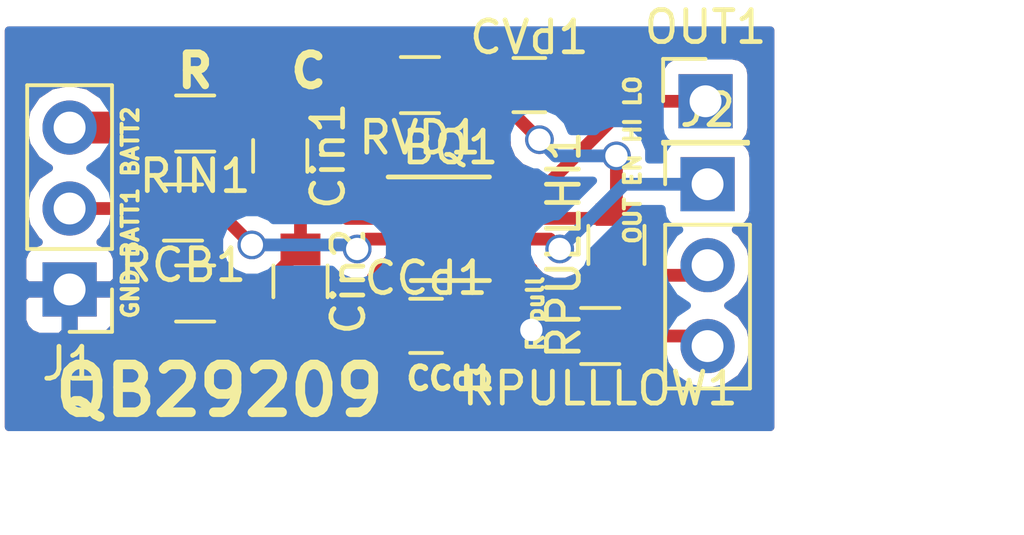
<source format=kicad_pcb>
(kicad_pcb (version 4) (host pcbnew 4.0.5)

  (general
    (links 23)
    (no_connects 0)
    (area 139.238667 94.2945 178.03 113.190001)
    (thickness 1.6)
    (drawings 9)
    (tracks 66)
    (zones 0)
    (modules 14)
    (nets 13)
  )

  (page A4)
  (layers
    (0 F.Cu signal)
    (31 B.Cu signal)
    (32 B.Adhes user)
    (33 F.Adhes user)
    (34 B.Paste user)
    (35 F.Paste user)
    (36 B.SilkS user)
    (37 F.SilkS user)
    (38 B.Mask user)
    (39 F.Mask user)
    (40 Dwgs.User user)
    (41 Cmts.User user hide)
    (42 Eco1.User user)
    (43 Eco2.User user)
    (44 Edge.Cuts user)
    (45 Margin user)
    (46 B.CrtYd user)
    (47 F.CrtYd user)
    (48 B.Fab user)
    (49 F.Fab user)
  )

  (setup
    (last_trace_width 0.4)
    (user_trace_width 0.4)
    (user_trace_width 0.8)
    (user_trace_width 1)
    (user_trace_width 2)
    (trace_clearance 0.2)
    (zone_clearance 0.45)
    (zone_45_only no)
    (trace_min 0.4)
    (segment_width 0.2)
    (edge_width 0.15)
    (via_size 0.9)
    (via_drill 0.7)
    (via_min_size 0.9)
    (via_min_drill 0.7)
    (uvia_size 0.3)
    (uvia_drill 0.1)
    (uvias_allowed no)
    (uvia_min_size 0.2)
    (uvia_min_drill 0.1)
    (pcb_text_width 0.3)
    (pcb_text_size 1.5 1.5)
    (mod_edge_width 0.15)
    (mod_text_size 1 1)
    (mod_text_width 0.15)
    (pad_size 1.524 1.524)
    (pad_drill 0.762)
    (pad_to_mask_clearance 0.2)
    (aux_axis_origin 0 0)
    (visible_elements 7FFFFFFF)
    (pcbplotparams
      (layerselection 0x00030_80000001)
      (usegerberextensions false)
      (excludeedgelayer true)
      (linewidth 0.100000)
      (plotframeref false)
      (viasonmask false)
      (mode 1)
      (useauxorigin false)
      (hpglpennumber 1)
      (hpglpenspeed 20)
      (hpglpendiameter 15)
      (hpglpenoverlay 2)
      (psnegative false)
      (psa4output false)
      (plotreference true)
      (plotvalue true)
      (plotinvisibletext false)
      (padsonsilk false)
      (subtractmaskfromsilk false)
      (outputformat 1)
      (mirror false)
      (drillshape 1)
      (scaleselection 1)
      (outputdirectory ""))
  )

  (net 0 "")
  (net 1 "Net-(BQ1-Pad1)")
  (net 2 "Net-(BQ1-Pad2)")
  (net 3 "Net-(BQ1-Pad3)")
  (net 4 "Net-(BQ1-Pad4)")
  (net 5 "Net-(BQ1-Pad6)")
  (net 6 "Net-(BQ1-Pad7)")
  (net 7 "Net-(BQ1-Pad8)")
  (net 8 "Net-(J1-Pad2)")
  (net 9 "Net-(J1-Pad3)")
  (net 10 "Net-(J2-Pad2)")
  (net 11 "Net-(J2-Pad3)")
  (net 12 GND)

  (net_class Default "This is the default net class."
    (clearance 0.2)
    (trace_width 0.4)
    (via_dia 0.9)
    (via_drill 0.7)
    (uvia_dia 0.3)
    (uvia_drill 0.1)
    (add_net GND)
    (add_net "Net-(BQ1-Pad1)")
    (add_net "Net-(BQ1-Pad2)")
    (add_net "Net-(BQ1-Pad3)")
    (add_net "Net-(BQ1-Pad4)")
    (add_net "Net-(BQ1-Pad6)")
    (add_net "Net-(BQ1-Pad7)")
    (add_net "Net-(BQ1-Pad8)")
    (add_net "Net-(J1-Pad2)")
    (add_net "Net-(J1-Pad3)")
    (add_net "Net-(J2-Pad2)")
    (add_net "Net-(J2-Pad3)")
  )

  (module Housings_DFN_QFN:DFN-8-1EP_3x3mm_Pitch0.65mm (layer F.Cu) (tedit 5942D95E) (tstamp 5942C105)
    (at 156.21 101.6)
    (descr "8-Lead Plastic Dual Flat, No Lead Package (MF) - 3x3x0.9 mm Body [DFN] (see Microchip Packaging Specification 00000049BS.pdf)")
    (tags "DFN 0.65")
    (path /5942BAEE)
    (attr smd)
    (fp_text reference BQ1 (at 0 -2.55) (layer F.SilkS)
      (effects (font (size 1 1) (thickness 0.15)))
    )
    (fp_text value BQ29209 (at 0 2.55) (layer Cmts.User)
      (effects (font (size 1 1) (thickness 0.15)))
    )
    (fp_line (start -0.5 -1.5) (end 1.5 -1.5) (layer F.Fab) (width 0.15))
    (fp_line (start 1.5 -1.5) (end 1.5 1.5) (layer F.Fab) (width 0.15))
    (fp_line (start 1.5 1.5) (end -1.5 1.5) (layer F.Fab) (width 0.15))
    (fp_line (start -1.5 1.5) (end -1.5 -0.5) (layer F.Fab) (width 0.15))
    (fp_line (start -1.5 -0.5) (end -0.5 -1.5) (layer F.Fab) (width 0.15))
    (fp_line (start -2.15 -1.8) (end -2.15 1.8) (layer F.CrtYd) (width 0.05))
    (fp_line (start 2.15 -1.8) (end 2.15 1.8) (layer F.CrtYd) (width 0.05))
    (fp_line (start -2.15 -1.8) (end 2.15 -1.8) (layer F.CrtYd) (width 0.05))
    (fp_line (start -2.15 1.8) (end 2.15 1.8) (layer F.CrtYd) (width 0.05))
    (fp_line (start -1.225 1.625) (end 1.225 1.625) (layer F.SilkS) (width 0.15))
    (fp_line (start -1.95 -1.625) (end 1.225 -1.625) (layer F.SilkS) (width 0.15))
    (pad 1 smd rect (at -1.55 -0.975) (size 0.65 0.35) (layers F.Cu F.Paste F.Mask)
      (net 1 "Net-(BQ1-Pad1)"))
    (pad 2 smd rect (at -1.55 -0.325) (size 0.65 0.35) (layers F.Cu F.Paste F.Mask)
      (net 2 "Net-(BQ1-Pad2)"))
    (pad 3 smd rect (at -1.55 0.325) (size 0.65 0.35) (layers F.Cu F.Paste F.Mask)
      (net 3 "Net-(BQ1-Pad3)"))
    (pad 4 smd rect (at -1.55 0.975) (size 0.65 0.35) (layers F.Cu F.Paste F.Mask)
      (net 4 "Net-(BQ1-Pad4)"))
    (pad 5 smd rect (at 1.55 0.975) (size 0.65 0.35) (layers F.Cu F.Paste F.Mask)
      (net 12 GND))
    (pad 6 smd rect (at 1.55 0.325) (size 0.65 0.35) (layers F.Cu F.Paste F.Mask)
      (net 5 "Net-(BQ1-Pad6)"))
    (pad 7 smd rect (at 1.55 -0.325) (size 0.65 0.35) (layers F.Cu F.Paste F.Mask)
      (net 6 "Net-(BQ1-Pad7)"))
    (pad 8 smd rect (at 1.55 -0.975) (size 0.65 0.35) (layers F.Cu F.Paste F.Mask)
      (net 7 "Net-(BQ1-Pad8)"))
    (pad 9 smd rect (at 0.3875 0.6) (size 0.775 1.2) (layers F.Cu F.Paste F.Mask)
      (solder_paste_margin_ratio -0.2))
    (pad 9 smd rect (at 0.3875 -0.6) (size 0.775 1.2) (layers F.Cu F.Paste F.Mask)
      (solder_paste_margin_ratio -0.2))
    (pad 9 smd rect (at -0.3875 0.6) (size 0.775 1.2) (layers F.Cu F.Paste F.Mask)
      (solder_paste_margin_ratio -0.2))
    (pad 9 smd rect (at -0.3875 -0.6) (size 0.775 1.2) (layers F.Cu F.Paste F.Mask)
      (solder_paste_margin_ratio -0.2))
    (model Housings_DFN_QFN.3dshapes/DFN-8-1EP_3x3mm_Pitch0.65mm.wrl
      (at (xyz 0 0 0))
      (scale (xyz 1 1 1))
      (rotate (xyz 0 0 0))
    )
  )

  (module Capacitors_SMD:C_0805 (layer F.Cu) (tedit 5942D957) (tstamp 5942C10B)
    (at 155.448 104.648)
    (descr "Capacitor SMD 0805, reflow soldering, AVX (see smccp.pdf)")
    (tags "capacitor 0805")
    (path /5942BCF8)
    (attr smd)
    (fp_text reference CCd1 (at 0 -1.5) (layer F.SilkS)
      (effects (font (size 1 1) (thickness 0.15)))
    )
    (fp_text value .1u (at 0 1.75) (layer Cmts.User)
      (effects (font (size 1 1) (thickness 0.15)))
    )
    (fp_text user %R (at 0 -1.5) (layer F.Fab) hide
      (effects (font (size 1 1) (thickness 0.15)))
    )
    (fp_line (start -1 0.62) (end -1 -0.62) (layer F.Fab) (width 0.1))
    (fp_line (start 1 0.62) (end -1 0.62) (layer F.Fab) (width 0.1))
    (fp_line (start 1 -0.62) (end 1 0.62) (layer F.Fab) (width 0.1))
    (fp_line (start -1 -0.62) (end 1 -0.62) (layer F.Fab) (width 0.1))
    (fp_line (start 0.5 -0.85) (end -0.5 -0.85) (layer F.SilkS) (width 0.12))
    (fp_line (start -0.5 0.85) (end 0.5 0.85) (layer F.SilkS) (width 0.12))
    (fp_line (start -1.75 -0.88) (end 1.75 -0.88) (layer F.CrtYd) (width 0.05))
    (fp_line (start -1.75 -0.88) (end -1.75 0.87) (layer F.CrtYd) (width 0.05))
    (fp_line (start 1.75 0.87) (end 1.75 -0.88) (layer F.CrtYd) (width 0.05))
    (fp_line (start 1.75 0.87) (end -1.75 0.87) (layer F.CrtYd) (width 0.05))
    (pad 1 smd rect (at -1 0) (size 1 1.25) (layers F.Cu F.Paste F.Mask)
      (net 4 "Net-(BQ1-Pad4)"))
    (pad 2 smd rect (at 1 0) (size 1 1.25) (layers F.Cu F.Paste F.Mask)
      (net 12 GND))
    (model Capacitors_SMD.3dshapes/C_0805.wrl
      (at (xyz 0 0 0))
      (scale (xyz 1 1 1))
      (rotate (xyz 0 0 0))
    )
  )

  (module Capacitors_SMD:C_0805 (layer F.Cu) (tedit 5942D98F) (tstamp 5942C111)
    (at 150.876 99.314 270)
    (descr "Capacitor SMD 0805, reflow soldering, AVX (see smccp.pdf)")
    (tags "capacitor 0805")
    (path /5942BC13)
    (attr smd)
    (fp_text reference Cin1 (at 0 -1.5 270) (layer F.SilkS)
      (effects (font (size 1 1) (thickness 0.15)))
    )
    (fp_text value .1u (at 0 1.75 270) (layer Cmts.User)
      (effects (font (size 1 1) (thickness 0.15)))
    )
    (fp_text user %R (at 0 -1.5 270) (layer F.Fab)
      (effects (font (size 1 1) (thickness 0.15)))
    )
    (fp_line (start -1 0.62) (end -1 -0.62) (layer F.Fab) (width 0.1))
    (fp_line (start 1 0.62) (end -1 0.62) (layer F.Fab) (width 0.1))
    (fp_line (start 1 -0.62) (end 1 0.62) (layer F.Fab) (width 0.1))
    (fp_line (start -1 -0.62) (end 1 -0.62) (layer F.Fab) (width 0.1))
    (fp_line (start 0.5 -0.85) (end -0.5 -0.85) (layer F.SilkS) (width 0.12))
    (fp_line (start -0.5 0.85) (end 0.5 0.85) (layer F.SilkS) (width 0.12))
    (fp_line (start -1.75 -0.88) (end 1.75 -0.88) (layer F.CrtYd) (width 0.05))
    (fp_line (start -1.75 -0.88) (end -1.75 0.87) (layer F.CrtYd) (width 0.05))
    (fp_line (start 1.75 0.87) (end 1.75 -0.88) (layer F.CrtYd) (width 0.05))
    (fp_line (start 1.75 0.87) (end -1.75 0.87) (layer F.CrtYd) (width 0.05))
    (pad 1 smd rect (at -1 0 270) (size 1 1.25) (layers F.Cu F.Paste F.Mask)
      (net 1 "Net-(BQ1-Pad1)"))
    (pad 2 smd rect (at 1 0 270) (size 1 1.25) (layers F.Cu F.Paste F.Mask)
      (net 2 "Net-(BQ1-Pad2)"))
    (model Capacitors_SMD.3dshapes/C_0805.wrl
      (at (xyz 0 0 0))
      (scale (xyz 1 1 1))
      (rotate (xyz 0 0 0))
    )
  )

  (module Capacitors_SMD:C_0805 (layer F.Cu) (tedit 5942D97E) (tstamp 5942C117)
    (at 151.511 103.251 270)
    (descr "Capacitor SMD 0805, reflow soldering, AVX (see smccp.pdf)")
    (tags "capacitor 0805")
    (path /5942BC5E)
    (attr smd)
    (fp_text reference Cin2 (at 0 -1.5 270) (layer F.SilkS)
      (effects (font (size 1 1) (thickness 0.15)))
    )
    (fp_text value .1u (at 0 1.75 270) (layer Cmts.User)
      (effects (font (size 1 1) (thickness 0.15)))
    )
    (fp_text user %R (at 0 -1.5 270) (layer F.Fab)
      (effects (font (size 1 1) (thickness 0.15)))
    )
    (fp_line (start -1 0.62) (end -1 -0.62) (layer F.Fab) (width 0.1))
    (fp_line (start 1 0.62) (end -1 0.62) (layer F.Fab) (width 0.1))
    (fp_line (start 1 -0.62) (end 1 0.62) (layer F.Fab) (width 0.1))
    (fp_line (start -1 -0.62) (end 1 -0.62) (layer F.Fab) (width 0.1))
    (fp_line (start 0.5 -0.85) (end -0.5 -0.85) (layer F.SilkS) (width 0.12))
    (fp_line (start -0.5 0.85) (end 0.5 0.85) (layer F.SilkS) (width 0.12))
    (fp_line (start -1.75 -0.88) (end 1.75 -0.88) (layer F.CrtYd) (width 0.05))
    (fp_line (start -1.75 -0.88) (end -1.75 0.87) (layer F.CrtYd) (width 0.05))
    (fp_line (start 1.75 0.87) (end 1.75 -0.88) (layer F.CrtYd) (width 0.05))
    (fp_line (start 1.75 0.87) (end -1.75 0.87) (layer F.CrtYd) (width 0.05))
    (pad 1 smd rect (at -1 0 270) (size 1 1.25) (layers F.Cu F.Paste F.Mask)
      (net 2 "Net-(BQ1-Pad2)"))
    (pad 2 smd rect (at 1 0 270) (size 1 1.25) (layers F.Cu F.Paste F.Mask)
      (net 12 GND))
    (model Capacitors_SMD.3dshapes/C_0805.wrl
      (at (xyz 0 0 0))
      (scale (xyz 1 1 1))
      (rotate (xyz 0 0 0))
    )
  )

  (module Capacitors_SMD:C_0805 (layer F.Cu) (tedit 5942D93F) (tstamp 5942C11D)
    (at 158.6865 97.0915)
    (descr "Capacitor SMD 0805, reflow soldering, AVX (see smccp.pdf)")
    (tags "capacitor 0805")
    (path /5942BD2F)
    (attr smd)
    (fp_text reference CVd1 (at 0 -1.5) (layer F.SilkS)
      (effects (font (size 1 1) (thickness 0.15)))
    )
    (fp_text value .1u (at 0 1.75) (layer F.Fab) hide
      (effects (font (size 1 1) (thickness 0.15)))
    )
    (fp_text user %R (at 0 -1.5) (layer F.Fab) hide
      (effects (font (size 1 1) (thickness 0.15)))
    )
    (fp_line (start -1 0.62) (end -1 -0.62) (layer F.Fab) (width 0.1))
    (fp_line (start 1 0.62) (end -1 0.62) (layer F.Fab) (width 0.1))
    (fp_line (start 1 -0.62) (end 1 0.62) (layer F.Fab) (width 0.1))
    (fp_line (start -1 -0.62) (end 1 -0.62) (layer F.Fab) (width 0.1))
    (fp_line (start 0.5 -0.85) (end -0.5 -0.85) (layer F.SilkS) (width 0.12))
    (fp_line (start -0.5 0.85) (end 0.5 0.85) (layer F.SilkS) (width 0.12))
    (fp_line (start -1.75 -0.88) (end 1.75 -0.88) (layer F.CrtYd) (width 0.05))
    (fp_line (start -1.75 -0.88) (end -1.75 0.87) (layer F.CrtYd) (width 0.05))
    (fp_line (start 1.75 0.87) (end 1.75 -0.88) (layer F.CrtYd) (width 0.05))
    (fp_line (start 1.75 0.87) (end -1.75 0.87) (layer F.CrtYd) (width 0.05))
    (pad 1 smd rect (at -1 0) (size 1 1.25) (layers F.Cu F.Paste F.Mask)
      (net 6 "Net-(BQ1-Pad7)"))
    (pad 2 smd rect (at 1 0) (size 1 1.25) (layers F.Cu F.Paste F.Mask)
      (net 12 GND))
    (model Capacitors_SMD.3dshapes/C_0805.wrl
      (at (xyz 0 0 0))
      (scale (xyz 1 1 1))
      (rotate (xyz 0 0 0))
    )
  )

  (module Resistors_SMD:R_0805 (layer F.Cu) (tedit 5942D98B) (tstamp 5942C136)
    (at 147.828 101.092 180)
    (descr "Resistor SMD 0805, reflow soldering, Vishay (see dcrcw.pdf)")
    (tags "resistor 0805")
    (path /5942BBB6)
    (attr smd)
    (fp_text reference RCB1 (at 0 -1.65 180) (layer F.SilkS)
      (effects (font (size 1 1) (thickness 0.15)))
    )
    (fp_text value 120 (at 0 1.75 180) (layer Cmts.User)
      (effects (font (size 1 1) (thickness 0.15)))
    )
    (fp_text user %R (at 0 -1.65 180) (layer Cmts.User)
      (effects (font (size 1 1) (thickness 0.15)))
    )
    (fp_line (start -1 0.62) (end -1 -0.62) (layer F.Fab) (width 0.1))
    (fp_line (start 1 0.62) (end -1 0.62) (layer F.Fab) (width 0.1))
    (fp_line (start 1 -0.62) (end 1 0.62) (layer F.Fab) (width 0.1))
    (fp_line (start -1 -0.62) (end 1 -0.62) (layer F.Fab) (width 0.1))
    (fp_line (start 0.6 0.88) (end -0.6 0.88) (layer F.SilkS) (width 0.12))
    (fp_line (start -0.6 -0.88) (end 0.6 -0.88) (layer F.SilkS) (width 0.12))
    (fp_line (start -1.55 -0.9) (end 1.55 -0.9) (layer F.CrtYd) (width 0.05))
    (fp_line (start -1.55 -0.9) (end -1.55 0.9) (layer F.CrtYd) (width 0.05))
    (fp_line (start 1.55 0.9) (end 1.55 -0.9) (layer F.CrtYd) (width 0.05))
    (fp_line (start 1.55 0.9) (end -1.55 0.9) (layer F.CrtYd) (width 0.05))
    (pad 1 smd rect (at -0.95 0 180) (size 0.7 1.3) (layers F.Cu F.Paste F.Mask)
      (net 3 "Net-(BQ1-Pad3)"))
    (pad 2 smd rect (at 0.95 0 180) (size 0.7 1.3) (layers F.Cu F.Paste F.Mask)
      (net 8 "Net-(J1-Pad2)"))
    (model Resistors_SMD.3dshapes/R_0805.wrl
      (at (xyz 0 0 0))
      (scale (xyz 1 1 1))
      (rotate (xyz 0 0 0))
    )
  )

  (module Resistors_SMD:R_0805 (layer F.Cu) (tedit 5942D99C) (tstamp 5942C13C)
    (at 148.209 98.298 180)
    (descr "Resistor SMD 0805, reflow soldering, Vishay (see dcrcw.pdf)")
    (tags "resistor 0805")
    (path /5942BB35)
    (attr smd)
    (fp_text reference RIN1 (at 0 -1.65 180) (layer F.SilkS)
      (effects (font (size 1 1) (thickness 0.15)))
    )
    (fp_text value 1k (at 0 1.75 180) (layer Cmts.User)
      (effects (font (size 1 1) (thickness 0.15)))
    )
    (fp_text user %R (at 0 -1.65 180) (layer Cmts.User)
      (effects (font (size 1 1) (thickness 0.15)))
    )
    (fp_line (start -1 0.62) (end -1 -0.62) (layer F.Fab) (width 0.1))
    (fp_line (start 1 0.62) (end -1 0.62) (layer F.Fab) (width 0.1))
    (fp_line (start 1 -0.62) (end 1 0.62) (layer F.Fab) (width 0.1))
    (fp_line (start -1 -0.62) (end 1 -0.62) (layer F.Fab) (width 0.1))
    (fp_line (start 0.6 0.88) (end -0.6 0.88) (layer F.SilkS) (width 0.12))
    (fp_line (start -0.6 -0.88) (end 0.6 -0.88) (layer F.SilkS) (width 0.12))
    (fp_line (start -1.55 -0.9) (end 1.55 -0.9) (layer F.CrtYd) (width 0.05))
    (fp_line (start -1.55 -0.9) (end -1.55 0.9) (layer F.CrtYd) (width 0.05))
    (fp_line (start 1.55 0.9) (end 1.55 -0.9) (layer F.CrtYd) (width 0.05))
    (fp_line (start 1.55 0.9) (end -1.55 0.9) (layer F.CrtYd) (width 0.05))
    (pad 1 smd rect (at -0.95 0 180) (size 0.7 1.3) (layers F.Cu F.Paste F.Mask)
      (net 1 "Net-(BQ1-Pad1)"))
    (pad 2 smd rect (at 0.95 0 180) (size 0.7 1.3) (layers F.Cu F.Paste F.Mask)
      (net 9 "Net-(J1-Pad3)"))
    (model Resistors_SMD.3dshapes/R_0805.wrl
      (at (xyz 0 0 0))
      (scale (xyz 1 1 1))
      (rotate (xyz 0 0 0))
    )
  )

  (module Resistors_SMD:R_0805 (layer F.Cu) (tedit 5942D978) (tstamp 5942C142)
    (at 148.209 103.632 180)
    (descr "Resistor SMD 0805, reflow soldering, Vishay (see dcrcw.pdf)")
    (tags "resistor 0805")
    (path /5942BB98)
    (attr smd)
    (fp_text reference RIN2 (at 0 -1.65 180) (layer Cmts.User)
      (effects (font (size 1 1) (thickness 0.15)))
    )
    (fp_text value 1k (at 0 1.75 180) (layer Cmts.User)
      (effects (font (size 1 1) (thickness 0.15)))
    )
    (fp_text user %R (at 0 -1.65 180) (layer Cmts.User)
      (effects (font (size 1 1) (thickness 0.15)))
    )
    (fp_line (start -1 0.62) (end -1 -0.62) (layer F.Fab) (width 0.1))
    (fp_line (start 1 0.62) (end -1 0.62) (layer F.Fab) (width 0.1))
    (fp_line (start 1 -0.62) (end 1 0.62) (layer F.Fab) (width 0.1))
    (fp_line (start -1 -0.62) (end 1 -0.62) (layer F.Fab) (width 0.1))
    (fp_line (start 0.6 0.88) (end -0.6 0.88) (layer F.SilkS) (width 0.12))
    (fp_line (start -0.6 -0.88) (end 0.6 -0.88) (layer F.SilkS) (width 0.12))
    (fp_line (start -1.55 -0.9) (end 1.55 -0.9) (layer F.CrtYd) (width 0.05))
    (fp_line (start -1.55 -0.9) (end -1.55 0.9) (layer F.CrtYd) (width 0.05))
    (fp_line (start 1.55 0.9) (end 1.55 -0.9) (layer F.CrtYd) (width 0.05))
    (fp_line (start 1.55 0.9) (end -1.55 0.9) (layer F.CrtYd) (width 0.05))
    (pad 1 smd rect (at -0.95 0 180) (size 0.7 1.3) (layers F.Cu F.Paste F.Mask)
      (net 2 "Net-(BQ1-Pad2)"))
    (pad 2 smd rect (at 0.95 0 180) (size 0.7 1.3) (layers F.Cu F.Paste F.Mask)
      (net 8 "Net-(J1-Pad2)"))
    (model Resistors_SMD.3dshapes/R_0805.wrl
      (at (xyz 0 0 0))
      (scale (xyz 1 1 1))
      (rotate (xyz 0 0 0))
    )
  )

  (module Resistors_SMD:R_0805 (layer F.Cu) (tedit 5942D91E) (tstamp 5942C148)
    (at 161.417 102.108 90)
    (descr "Resistor SMD 0805, reflow soldering, Vishay (see dcrcw.pdf)")
    (tags "resistor 0805")
    (path /5942C4B1)
    (attr smd)
    (fp_text reference RPULLHI1 (at 0 -1.65 90) (layer F.SilkS)
      (effects (font (size 1 1) (thickness 0.15)))
    )
    (fp_text value R (at 0 1.75 90) (layer F.Fab)
      (effects (font (size 1 1) (thickness 0.15)))
    )
    (fp_text user %R (at 0 -1.65 90) (layer Cmts.User)
      (effects (font (size 1 1) (thickness 0.15)))
    )
    (fp_line (start -1 0.62) (end -1 -0.62) (layer F.Fab) (width 0.1))
    (fp_line (start 1 0.62) (end -1 0.62) (layer F.Fab) (width 0.1))
    (fp_line (start 1 -0.62) (end 1 0.62) (layer F.Fab) (width 0.1))
    (fp_line (start -1 -0.62) (end 1 -0.62) (layer F.Fab) (width 0.1))
    (fp_line (start 0.6 0.88) (end -0.6 0.88) (layer F.SilkS) (width 0.12))
    (fp_line (start -0.6 -0.88) (end 0.6 -0.88) (layer F.SilkS) (width 0.12))
    (fp_line (start -1.55 -0.9) (end 1.55 -0.9) (layer F.CrtYd) (width 0.05))
    (fp_line (start -1.55 -0.9) (end -1.55 0.9) (layer F.CrtYd) (width 0.05))
    (fp_line (start 1.55 0.9) (end 1.55 -0.9) (layer F.CrtYd) (width 0.05))
    (fp_line (start 1.55 0.9) (end -1.55 0.9) (layer F.CrtYd) (width 0.05))
    (pad 1 smd rect (at -0.95 0 90) (size 0.7 1.3) (layers F.Cu F.Paste F.Mask)
      (net 10 "Net-(J2-Pad2)"))
    (pad 2 smd rect (at 0.95 0 90) (size 0.7 1.3) (layers F.Cu F.Paste F.Mask)
      (net 6 "Net-(BQ1-Pad7)"))
    (model Resistors_SMD.3dshapes/R_0805.wrl
      (at (xyz 0 0 0))
      (scale (xyz 1 1 1))
      (rotate (xyz 0 0 0))
    )
  )

  (module Resistors_SMD:R_0805 (layer F.Cu) (tedit 5942D918) (tstamp 5942C14E)
    (at 160.909 104.9655 180)
    (descr "Resistor SMD 0805, reflow soldering, Vishay (see dcrcw.pdf)")
    (tags "resistor 0805")
    (path /5942C50B)
    (attr smd)
    (fp_text reference RPULLLOW1 (at 0 -1.65 180) (layer F.SilkS)
      (effects (font (size 1 1) (thickness 0.15)))
    )
    (fp_text value R (at 0 1.75 180) (layer F.Fab)
      (effects (font (size 1 1) (thickness 0.15)))
    )
    (fp_text user %R (at 0 -1.65 180) (layer Cmts.User)
      (effects (font (size 1 1) (thickness 0.15)))
    )
    (fp_line (start -1 0.62) (end -1 -0.62) (layer F.Fab) (width 0.1))
    (fp_line (start 1 0.62) (end -1 0.62) (layer F.Fab) (width 0.1))
    (fp_line (start 1 -0.62) (end 1 0.62) (layer F.Fab) (width 0.1))
    (fp_line (start -1 -0.62) (end 1 -0.62) (layer F.Fab) (width 0.1))
    (fp_line (start 0.6 0.88) (end -0.6 0.88) (layer F.SilkS) (width 0.12))
    (fp_line (start -0.6 -0.88) (end 0.6 -0.88) (layer F.SilkS) (width 0.12))
    (fp_line (start -1.55 -0.9) (end 1.55 -0.9) (layer F.CrtYd) (width 0.05))
    (fp_line (start -1.55 -0.9) (end -1.55 0.9) (layer F.CrtYd) (width 0.05))
    (fp_line (start 1.55 0.9) (end 1.55 -0.9) (layer F.CrtYd) (width 0.05))
    (fp_line (start 1.55 0.9) (end -1.55 0.9) (layer F.CrtYd) (width 0.05))
    (pad 1 smd rect (at -0.95 0 180) (size 0.7 1.3) (layers F.Cu F.Paste F.Mask)
      (net 11 "Net-(J2-Pad3)"))
    (pad 2 smd rect (at 0.95 0 180) (size 0.7 1.3) (layers F.Cu F.Paste F.Mask)
      (net 12 GND))
    (model Resistors_SMD.3dshapes/R_0805.wrl
      (at (xyz 0 0 0))
      (scale (xyz 1 1 1))
      (rotate (xyz 0 0 0))
    )
  )

  (module Resistors_SMD:R_0805 (layer F.Cu) (tedit 5942D943) (tstamp 5942C154)
    (at 155.2575 97.0915 180)
    (descr "Resistor SMD 0805, reflow soldering, Vishay (see dcrcw.pdf)")
    (tags "resistor 0805")
    (path /5942BBDB)
    (attr smd)
    (fp_text reference RVD1 (at 0 -1.65 180) (layer F.SilkS)
      (effects (font (size 1 1) (thickness 0.15)))
    )
    (fp_text value 100 (at 0 1.75 180) (layer F.Fab) hide
      (effects (font (size 1 1) (thickness 0.15)))
    )
    (fp_text user %R (at 0 -1.65 180) (layer F.Fab) hide
      (effects (font (size 1 1) (thickness 0.15)))
    )
    (fp_line (start -1 0.62) (end -1 -0.62) (layer F.Fab) (width 0.1))
    (fp_line (start 1 0.62) (end -1 0.62) (layer F.Fab) (width 0.1))
    (fp_line (start 1 -0.62) (end 1 0.62) (layer F.Fab) (width 0.1))
    (fp_line (start -1 -0.62) (end 1 -0.62) (layer F.Fab) (width 0.1))
    (fp_line (start 0.6 0.88) (end -0.6 0.88) (layer F.SilkS) (width 0.12))
    (fp_line (start -0.6 -0.88) (end 0.6 -0.88) (layer F.SilkS) (width 0.12))
    (fp_line (start -1.55 -0.9) (end 1.55 -0.9) (layer F.CrtYd) (width 0.05))
    (fp_line (start -1.55 -0.9) (end -1.55 0.9) (layer F.CrtYd) (width 0.05))
    (fp_line (start 1.55 0.9) (end 1.55 -0.9) (layer F.CrtYd) (width 0.05))
    (fp_line (start 1.55 0.9) (end -1.55 0.9) (layer F.CrtYd) (width 0.05))
    (pad 1 smd rect (at -0.95 0 180) (size 0.7 1.3) (layers F.Cu F.Paste F.Mask)
      (net 6 "Net-(BQ1-Pad7)"))
    (pad 2 smd rect (at 0.95 0 180) (size 0.7 1.3) (layers F.Cu F.Paste F.Mask)
      (net 9 "Net-(J1-Pad3)"))
    (model Resistors_SMD.3dshapes/R_0805.wrl
      (at (xyz 0 0 0))
      (scale (xyz 1 1 1))
      (rotate (xyz 0 0 0))
    )
  )

  (module Socket_Strips:Socket_Strip_Straight_1x03_Pitch2.54mm (layer F.Cu) (tedit 5942D9A2) (tstamp 5942C247)
    (at 144.272 103.505 180)
    (descr "Through hole straight socket strip, 1x03, 2.54mm pitch, single row")
    (tags "Through hole socket strip THT 1x03 2.54mm single row")
    (path /5942BC96)
    (fp_text reference J1 (at 0 -2.33 180) (layer F.SilkS)
      (effects (font (size 1 1) (thickness 0.15)))
    )
    (fp_text value CONN_01X03 (at 0 7.41 180) (layer Cmts.User)
      (effects (font (size 1 1) (thickness 0.15)))
    )
    (fp_line (start -1.27 -1.27) (end -1.27 6.35) (layer F.Fab) (width 0.1))
    (fp_line (start -1.27 6.35) (end 1.27 6.35) (layer F.Fab) (width 0.1))
    (fp_line (start 1.27 6.35) (end 1.27 -1.27) (layer F.Fab) (width 0.1))
    (fp_line (start 1.27 -1.27) (end -1.27 -1.27) (layer F.Fab) (width 0.1))
    (fp_line (start -1.33 1.27) (end -1.33 6.41) (layer F.SilkS) (width 0.12))
    (fp_line (start -1.33 6.41) (end 1.33 6.41) (layer F.SilkS) (width 0.12))
    (fp_line (start 1.33 6.41) (end 1.33 1.27) (layer F.SilkS) (width 0.12))
    (fp_line (start 1.33 1.27) (end -1.33 1.27) (layer F.SilkS) (width 0.12))
    (fp_line (start -1.33 0) (end -1.33 -1.33) (layer F.SilkS) (width 0.12))
    (fp_line (start -1.33 -1.33) (end 0 -1.33) (layer F.SilkS) (width 0.12))
    (fp_line (start -1.8 -1.8) (end -1.8 6.85) (layer F.CrtYd) (width 0.05))
    (fp_line (start -1.8 6.85) (end 1.8 6.85) (layer F.CrtYd) (width 0.05))
    (fp_line (start 1.8 6.85) (end 1.8 -1.8) (layer F.CrtYd) (width 0.05))
    (fp_line (start 1.8 -1.8) (end -1.8 -1.8) (layer F.CrtYd) (width 0.05))
    (fp_text user %R (at 0 -2.33 180) (layer Cmts.User)
      (effects (font (size 1 1) (thickness 0.15)))
    )
    (pad 1 thru_hole rect (at 0 0 180) (size 1.7 1.7) (drill 1) (layers *.Cu *.Mask)
      (net 12 GND))
    (pad 2 thru_hole oval (at 0 2.54 180) (size 1.7 1.7) (drill 1) (layers *.Cu *.Mask)
      (net 8 "Net-(J1-Pad2)"))
    (pad 3 thru_hole oval (at 0 5.08 180) (size 1.7 1.7) (drill 1) (layers *.Cu *.Mask)
      (net 9 "Net-(J1-Pad3)"))
    (model ${KISYS3DMOD}/Socket_Strips.3dshapes/Socket_Strip_Straight_1x03_Pitch2.54mm.wrl
      (at (xyz 0 -0.1 0))
      (scale (xyz 1 1 1))
      (rotate (xyz 0 0 270))
    )
  )

  (module Socket_Strips:Socket_Strip_Straight_1x03_Pitch2.54mm (layer F.Cu) (tedit 5942D910) (tstamp 5942C24E)
    (at 164.2745 100.203)
    (descr "Through hole straight socket strip, 1x03, 2.54mm pitch, single row")
    (tags "Through hole socket strip THT 1x03 2.54mm single row")
    (path /5942BDDB)
    (fp_text reference J2 (at 0 -2.33) (layer F.SilkS)
      (effects (font (size 1 1) (thickness 0.15)))
    )
    (fp_text value CONN_01X03 (at 0 7.41) (layer Cmts.User)
      (effects (font (size 1 1) (thickness 0.15)))
    )
    (fp_line (start -1.27 -1.27) (end -1.27 6.35) (layer F.Fab) (width 0.1))
    (fp_line (start -1.27 6.35) (end 1.27 6.35) (layer F.Fab) (width 0.1))
    (fp_line (start 1.27 6.35) (end 1.27 -1.27) (layer F.Fab) (width 0.1))
    (fp_line (start 1.27 -1.27) (end -1.27 -1.27) (layer F.Fab) (width 0.1))
    (fp_line (start -1.33 1.27) (end -1.33 6.41) (layer F.SilkS) (width 0.12))
    (fp_line (start -1.33 6.41) (end 1.33 6.41) (layer F.SilkS) (width 0.12))
    (fp_line (start 1.33 6.41) (end 1.33 1.27) (layer F.SilkS) (width 0.12))
    (fp_line (start 1.33 1.27) (end -1.33 1.27) (layer F.SilkS) (width 0.12))
    (fp_line (start -1.33 0) (end -1.33 -1.33) (layer F.SilkS) (width 0.12))
    (fp_line (start -1.33 -1.33) (end 0 -1.33) (layer F.SilkS) (width 0.12))
    (fp_line (start -1.8 -1.8) (end -1.8 6.85) (layer F.CrtYd) (width 0.05))
    (fp_line (start -1.8 6.85) (end 1.8 6.85) (layer F.CrtYd) (width 0.05))
    (fp_line (start 1.8 6.85) (end 1.8 -1.8) (layer F.CrtYd) (width 0.05))
    (fp_line (start 1.8 -1.8) (end -1.8 -1.8) (layer F.CrtYd) (width 0.05))
    (fp_text user %R (at 0 -2.33) (layer F.Fab)
      (effects (font (size 1 1) (thickness 0.15)))
    )
    (pad 1 thru_hole rect (at 0 0) (size 1.7 1.7) (drill 1) (layers *.Cu *.Mask)
      (net 5 "Net-(BQ1-Pad6)"))
    (pad 2 thru_hole oval (at 0 2.54) (size 1.7 1.7) (drill 1) (layers *.Cu *.Mask)
      (net 10 "Net-(J2-Pad2)"))
    (pad 3 thru_hole oval (at 0 5.08) (size 1.7 1.7) (drill 1) (layers *.Cu *.Mask)
      (net 11 "Net-(J2-Pad3)"))
    (model ${KISYS3DMOD}/Socket_Strips.3dshapes/Socket_Strip_Straight_1x03_Pitch2.54mm.wrl
      (at (xyz 0 -0.1 0))
      (scale (xyz 1 1 1))
      (rotate (xyz 0 0 270))
    )
  )

  (module Socket_Strips:Socket_Strip_Straight_1x01_Pitch2.54mm (layer F.Cu) (tedit 5942D90C) (tstamp 5942C253)
    (at 164.211 97.5995)
    (descr "Through hole straight socket strip, 1x01, 2.54mm pitch, single row")
    (tags "Through hole socket strip THT 1x01 2.54mm single row")
    (path /5942BD89)
    (fp_text reference OUT1 (at 0 -2.33) (layer F.SilkS)
      (effects (font (size 1 1) (thickness 0.15)))
    )
    (fp_text value CONN_01X01 (at 0 2.33) (layer Cmts.User)
      (effects (font (size 1 1) (thickness 0.15)))
    )
    (fp_line (start -1.27 -1.27) (end -1.27 1.27) (layer F.Fab) (width 0.1))
    (fp_line (start -1.27 1.27) (end 1.27 1.27) (layer F.Fab) (width 0.1))
    (fp_line (start 1.27 1.27) (end 1.27 -1.27) (layer F.Fab) (width 0.1))
    (fp_line (start 1.27 -1.27) (end -1.27 -1.27) (layer F.Fab) (width 0.1))
    (fp_line (start -1.33 1.27) (end -1.33 1.33) (layer F.SilkS) (width 0.12))
    (fp_line (start -1.33 1.33) (end 1.33 1.33) (layer F.SilkS) (width 0.12))
    (fp_line (start 1.33 1.33) (end 1.33 1.27) (layer F.SilkS) (width 0.12))
    (fp_line (start 1.33 1.27) (end -1.33 1.27) (layer F.SilkS) (width 0.12))
    (fp_line (start -1.33 0) (end -1.33 -1.33) (layer F.SilkS) (width 0.12))
    (fp_line (start -1.33 -1.33) (end 0 -1.33) (layer F.SilkS) (width 0.12))
    (fp_line (start -1.8 -1.8) (end -1.8 1.8) (layer F.CrtYd) (width 0.05))
    (fp_line (start -1.8 1.8) (end 1.8 1.8) (layer F.CrtYd) (width 0.05))
    (fp_line (start 1.8 1.8) (end 1.8 -1.8) (layer F.CrtYd) (width 0.05))
    (fp_line (start 1.8 -1.8) (end -1.8 -1.8) (layer F.CrtYd) (width 0.05))
    (fp_text user %R (at 0 -2.33) (layer Cmts.User)
      (effects (font (size 1 1) (thickness 0.15)))
    )
    (pad 1 thru_hole rect (at 0 0) (size 1.7 1.7) (drill 1) (layers *.Cu *.Mask)
      (net 7 "Net-(BQ1-Pad8)"))
    (model ${KISYS3DMOD}/Socket_Strips.3dshapes/Socket_Strip_Straight_1x01_Pitch2.54mm.wrl
      (at (xyz 0 0 0))
      (scale (xyz 1 1 1))
      (rotate (xyz 0 0 270))
    )
  )

  (gr_text "CCd1\n" (at 156.21 106.299) (layer F.SilkS)
    (effects (font (size 0.7 0.7) (thickness 0.175)))
  )
  (gr_text C (at 151.765 96.647) (layer F.SilkS)
    (effects (font (size 1 1) (thickness 0.25)))
  )
  (gr_text R (at 148.209 96.647) (layer F.SilkS)
    (effects (font (size 1 1) (thickness 0.25)))
  )
  (gr_text "R pull\n" (at 158.877 104.267 90) (layer F.SilkS)
    (effects (font (size 0.5 0.5) (thickness 0.125)))
  )
  (gr_text "OUT EN HI LO" (at 161.925 99.441 90) (layer F.SilkS)
    (effects (font (size 0.5 0.5) (thickness 0.125)))
  )
  (gr_text "GND BATT1 BATT2\n" (at 146.177 101.092 90) (layer F.SilkS)
    (effects (font (size 0.5 0.5) (thickness 0.125)))
  )
  (gr_text "QB29209\n" (at 148.971 106.68) (layer F.SilkS)
    (effects (font (size 1.5 1.5) (thickness 0.3)))
  )
  (dimension 24.13 (width 0.3) (layer Dwgs.User)
    (gr_text "24.130 mm" (at 154.305 111.84) (layer Dwgs.User)
      (effects (font (size 1.5 1.5) (thickness 0.3)))
    )
    (feature1 (pts (xy 166.37 109.22) (xy 166.37 113.19)))
    (feature2 (pts (xy 142.24 109.22) (xy 142.24 113.19)))
    (crossbar (pts (xy 142.24 110.49) (xy 166.37 110.49)))
    (arrow1a (pts (xy 166.37 110.49) (xy 165.243496 111.076421)))
    (arrow1b (pts (xy 166.37 110.49) (xy 165.243496 109.903579)))
    (arrow2a (pts (xy 142.24 110.49) (xy 143.366504 111.076421)))
    (arrow2b (pts (xy 142.24 110.49) (xy 143.366504 109.903579)))
  )
  (dimension 12.7 (width 0.3) (layer Dwgs.User)
    (gr_text "12.700 mm" (at 171.53 101.6 90) (layer Dwgs.User)
      (effects (font (size 1.5 1.5) (thickness 0.3)))
    )
    (feature1 (pts (xy 167.64 95.25) (xy 172.88 95.25)))
    (feature2 (pts (xy 167.64 107.95) (xy 172.88 107.95)))
    (crossbar (pts (xy 170.18 107.95) (xy 170.18 95.25)))
    (arrow1a (pts (xy 170.18 95.25) (xy 170.766421 96.376504)))
    (arrow1b (pts (xy 170.18 95.25) (xy 169.593579 96.376504)))
    (arrow2a (pts (xy 170.18 107.95) (xy 170.766421 106.823496)))
    (arrow2b (pts (xy 170.18 107.95) (xy 169.593579 106.823496)))
  )

  (segment (start 154.66 100.625) (end 154.66 100.05) (width 0.4) (layer F.Cu) (net 1))
  (segment (start 152.924 98.314) (end 150.876 98.314) (width 0.4) (layer F.Cu) (net 1) (tstamp 595C84F3))
  (segment (start 154.66 100.05) (end 152.924 98.314) (width 0.4) (layer F.Cu) (net 1) (tstamp 595C84EC))
  (segment (start 149.159 98.298) (end 150.86 98.298) (width 0.4) (layer F.Cu) (net 1))
  (segment (start 150.86 98.298) (end 150.876 98.314) (width 0.4) (layer F.Cu) (net 1) (tstamp 595C8496))
  (segment (start 149.159 103.632) (end 149.733 103.632) (width 0.4) (layer F.Cu) (net 2))
  (segment (start 150.511 103.251) (end 151.511 102.251) (width 0.4) (layer F.Cu) (net 2) (tstamp 595C8575))
  (segment (start 150.114 103.251) (end 150.511 103.251) (width 0.4) (layer F.Cu) (net 2) (tstamp 595C8573))
  (segment (start 149.733 103.632) (end 150.114 103.251) (width 0.4) (layer F.Cu) (net 2) (tstamp 595C8572))
  (segment (start 151.511 102.251) (end 151.511 100.949) (width 0.4) (layer F.Cu) (net 2))
  (segment (start 151.511 100.949) (end 150.876 100.314) (width 0.4) (layer F.Cu) (net 2) (tstamp 595C856F))
  (segment (start 150.876 100.314) (end 152.003 100.314) (width 0.4) (layer F.Cu) (net 2))
  (segment (start 152.964 101.275) (end 154.66 101.275) (width 0.4) (layer F.Cu) (net 2) (tstamp 595C84F8))
  (segment (start 152.003 100.314) (end 152.964 101.275) (width 0.4) (layer F.Cu) (net 2) (tstamp 595C84F7))
  (segment (start 154.66 101.925) (end 153.599 101.925) (width 0.4) (layer F.Cu) (net 3))
  (segment (start 149.987 102.108) (end 148.971 101.092) (width 0.4) (layer F.Cu) (net 3) (tstamp 595C856B))
  (via (at 149.987 102.108) (size 0.9) (drill 0.7) (layers F.Cu B.Cu) (net 3))
  (segment (start 153.162 102.108) (end 149.987 102.108) (width 0.4) (layer B.Cu) (net 3) (tstamp 595C8569))
  (segment (start 153.289 102.235) (end 153.162 102.108) (width 0.4) (layer B.Cu) (net 3) (tstamp 595C8568))
  (via (at 153.289 102.235) (size 0.9) (drill 0.7) (layers F.Cu B.Cu) (net 3))
  (segment (start 153.599 101.925) (end 153.289 102.235) (width 0.4) (layer F.Cu) (net 3) (tstamp 595C8566))
  (segment (start 148.971 101.092) (end 148.778 101.092) (width 0.4) (layer F.Cu) (net 3) (tstamp 595C856C))
  (segment (start 154.66 102.575) (end 154.346 102.575) (width 0.4) (layer F.Cu) (net 4))
  (segment (start 154.346 102.575) (end 153.797 103.124) (width 0.4) (layer F.Cu) (net 4) (tstamp 595C8580))
  (segment (start 153.797 103.124) (end 153.797 103.997) (width 0.4) (layer F.Cu) (net 4) (tstamp 595C8581))
  (segment (start 153.797 103.997) (end 154.448 104.648) (width 0.4) (layer F.Cu) (net 4) (tstamp 595C8583))
  (segment (start 157.76 101.925) (end 159.329 101.925) (width 0.4) (layer F.Cu) (net 5))
  (segment (start 161.671 100.203) (end 164.2745 100.203) (width 0.4) (layer B.Cu) (net 5) (tstamp 595C85B6))
  (segment (start 159.639 102.235) (end 161.671 100.203) (width 0.4) (layer B.Cu) (net 5) (tstamp 595C85B5))
  (via (at 159.639 102.235) (size 0.9) (drill 0.7) (layers F.Cu B.Cu) (net 5))
  (segment (start 159.329 101.925) (end 159.639 102.235) (width 0.4) (layer F.Cu) (net 5) (tstamp 595C85B3))
  (segment (start 157.6865 97.0915) (end 157.6865 97.4885) (width 0.4) (layer F.Cu) (net 6))
  (segment (start 157.6865 97.4885) (end 159.004 98.806) (width 0.4) (layer F.Cu) (net 6) (tstamp 595C85D7))
  (segment (start 161.417 99.314) (end 161.417 101.158) (width 0.4) (layer F.Cu) (net 6) (tstamp 595C85F0))
  (via (at 161.417 99.314) (size 0.9) (drill 0.7) (layers F.Cu B.Cu) (net 6))
  (segment (start 159.512 99.314) (end 161.417 99.314) (width 0.4) (layer B.Cu) (net 6) (tstamp 595C85DD))
  (segment (start 159.004 98.806) (end 159.512 99.314) (width 0.4) (layer B.Cu) (net 6) (tstamp 595C85DC))
  (via (at 159.004 98.806) (size 0.9) (drill 0.7) (layers F.Cu B.Cu) (net 6))
  (segment (start 157.76 101.275) (end 161.3 101.275) (width 0.4) (layer F.Cu) (net 6))
  (segment (start 161.3 101.275) (end 161.417 101.158) (width 0.4) (layer F.Cu) (net 6) (tstamp 595C85AF))
  (segment (start 156.2075 97.0915) (end 157.6865 97.0915) (width 0.4) (layer F.Cu) (net 6))
  (segment (start 157.76 100.625) (end 158.836 100.625) (width 0.4) (layer F.Cu) (net 7))
  (segment (start 161.8615 97.5995) (end 164.211 97.5995) (width 0.4) (layer F.Cu) (net 7) (tstamp 5942C410))
  (segment (start 158.836 100.625) (end 161.8615 97.5995) (width 0.4) (layer F.Cu) (net 7) (tstamp 5942C40E))
  (segment (start 144.272 100.965) (end 146.751 100.965) (width 0.4) (layer F.Cu) (net 8))
  (segment (start 146.751 100.965) (end 146.878 101.092) (width 0.4) (layer F.Cu) (net 8) (tstamp 595C857B))
  (segment (start 147.259 103.632) (end 147.259 101.473) (width 0.4) (layer F.Cu) (net 8))
  (segment (start 147.259 101.473) (end 146.878 101.092) (width 0.4) (layer F.Cu) (net 8) (tstamp 595C8578))
  (segment (start 144.272 98.425) (end 147.132 98.425) (width 1) (layer F.Cu) (net 9))
  (segment (start 147.132 98.425) (end 147.259 98.298) (width 1) (layer F.Cu) (net 9) (tstamp 5942C447))
  (segment (start 147.259 98.298) (end 147.259 97.851) (width 0.4) (layer F.Cu) (net 9))
  (segment (start 147.259 97.851) (end 148.0185 97.0915) (width 0.4) (layer F.Cu) (net 9) (tstamp 5942C406))
  (segment (start 148.0185 97.0915) (end 154.3075 97.0915) (width 0.4) (layer F.Cu) (net 9) (tstamp 5942C407))
  (segment (start 147.132 98.425) (end 147.259 98.298) (width 1) (layer F.Cu) (net 9) (tstamp 5942C3D7))
  (segment (start 161.859 103.0605) (end 163.957 103.0605) (width 0.4) (layer F.Cu) (net 10))
  (segment (start 163.957 103.0605) (end 164.2745 102.743) (width 0.4) (layer F.Cu) (net 10) (tstamp 5942C42C))
  (segment (start 161.859 104.9655) (end 163.957 104.9655) (width 0.4) (layer F.Cu) (net 11))
  (segment (start 163.957 104.9655) (end 164.2745 105.283) (width 0.4) (layer F.Cu) (net 11) (tstamp 5942C429))
  (segment (start 157.76 102.575) (end 158.455 102.575) (width 0.4) (layer F.Cu) (net 12))
  (via (at 158.75 104.775) (size 0.9) (drill 0.7) (layers F.Cu B.Cu) (net 12))
  (segment (start 158.75 102.87) (end 158.75 104.775) (width 0.4) (layer F.Cu) (net 12) (tstamp 5942C4B8))
  (segment (start 158.455 102.575) (end 158.75 102.87) (width 0.4) (layer F.Cu) (net 12) (tstamp 5942C4B6))
  (segment (start 159.959 104.9655) (end 158.9405 104.9655) (width 1) (layer F.Cu) (net 12))
  (segment (start 158.5595 104.5845) (end 158.75 104.775) (width 1) (layer F.Cu) (net 12) (tstamp 5942C47E))
  (segment (start 158.5595 104.5845) (end 157.2735 104.5845) (width 1) (layer F.Cu) (net 12))
  (segment (start 158.9405 104.9655) (end 158.75 104.775) (width 1) (layer F.Cu) (net 12) (tstamp 5942C485))

  (zone (net 12) (net_name GND) (layer F.Cu) (tstamp 5942C451) (hatch edge 0.508)
    (connect_pads (clearance 0.45))
    (min_thickness 0.254)
    (fill yes (arc_segments 16) (thermal_gap 0.508) (thermal_bridge_width 0.508))
    (polygon
      (pts
        (xy 142.24 95.25) (xy 166.37 95.25) (xy 166.37 107.95) (xy 142.24 107.95)
      )
    )
    (filled_polygon
      (pts
        (xy 166.243 107.823) (xy 142.367 107.823) (xy 142.367 103.79075) (xy 142.787 103.79075) (xy 142.787 104.48131)
        (xy 142.883673 104.714699) (xy 143.062302 104.893327) (xy 143.295691 104.99) (xy 143.98625 104.99) (xy 144.145 104.83125)
        (xy 144.145 103.632) (xy 144.399 103.632) (xy 144.399 104.83125) (xy 144.55775 104.99) (xy 145.248309 104.99)
        (xy 145.481698 104.893327) (xy 145.660327 104.714699) (xy 145.757 104.48131) (xy 145.757 103.79075) (xy 145.59825 103.632)
        (xy 144.399 103.632) (xy 144.145 103.632) (xy 142.94575 103.632) (xy 142.787 103.79075) (xy 142.367 103.79075)
        (xy 142.367 102.52869) (xy 142.787 102.52869) (xy 142.787 103.21925) (xy 142.94575 103.378) (xy 144.145 103.378)
        (xy 144.145 103.358) (xy 144.399 103.358) (xy 144.399 103.378) (xy 145.59825 103.378) (xy 145.757 103.21925)
        (xy 145.757 102.52869) (xy 145.660327 102.295301) (xy 145.481698 102.116673) (xy 145.248309 102.02) (xy 145.240216 102.02)
        (xy 145.308998 101.974041) (xy 145.464043 101.742) (xy 145.939696 101.742) (xy 145.97993 101.955823) (xy 146.106299 102.152207)
        (xy 146.299117 102.283954) (xy 146.482 102.320989) (xy 146.482 102.584876) (xy 146.367046 102.753117) (xy 146.320696 102.982)
        (xy 146.320696 104.282) (xy 146.36093 104.495823) (xy 146.487299 104.692207) (xy 146.680117 104.823954) (xy 146.909 104.870304)
        (xy 147.609 104.870304) (xy 147.822823 104.83007) (xy 148.019207 104.703701) (xy 148.150954 104.510883) (xy 148.197304 104.282)
        (xy 148.197304 102.982) (xy 148.15707 102.768177) (xy 148.036 102.580028) (xy 148.036 102.172501) (xy 148.199117 102.283954)
        (xy 148.428 102.330304) (xy 148.967638 102.330304) (xy 148.993831 102.393696) (xy 148.809 102.393696) (xy 148.595177 102.43393)
        (xy 148.398793 102.560299) (xy 148.267046 102.753117) (xy 148.220696 102.982) (xy 148.220696 104.282) (xy 148.26093 104.495823)
        (xy 148.387299 104.692207) (xy 148.580117 104.823954) (xy 148.809 104.870304) (xy 149.509 104.870304) (xy 149.722823 104.83007)
        (xy 149.919207 104.703701) (xy 150.033279 104.53675) (xy 150.251 104.53675) (xy 150.251 104.877309) (xy 150.347673 105.110698)
        (xy 150.526301 105.289327) (xy 150.75969 105.386) (xy 151.22525 105.386) (xy 151.384 105.22725) (xy 151.384 104.378)
        (xy 151.638 104.378) (xy 151.638 105.22725) (xy 151.79675 105.386) (xy 152.26231 105.386) (xy 152.495699 105.289327)
        (xy 152.674327 105.110698) (xy 152.771 104.877309) (xy 152.771 104.53675) (xy 152.61225 104.378) (xy 151.638 104.378)
        (xy 151.384 104.378) (xy 150.40975 104.378) (xy 150.251 104.53675) (xy 150.033279 104.53675) (xy 150.050954 104.510883)
        (xy 150.091891 104.30873) (xy 150.282422 104.181422) (xy 150.374797 104.089047) (xy 150.40975 104.124) (xy 151.384 104.124)
        (xy 151.384 104.104) (xy 151.638 104.104) (xy 151.638 104.124) (xy 152.61225 104.124) (xy 152.771 103.96525)
        (xy 152.771 103.624691) (xy 152.674327 103.391302) (xy 152.495699 103.212673) (xy 152.488635 103.209747) (xy 152.546207 103.172701)
        (xy 152.638742 103.037272) (xy 152.706492 103.10514) (xy 153.02 103.23532) (xy 153.02 103.997) (xy 153.079146 104.294345)
        (xy 153.247578 104.546422) (xy 153.359696 104.65854) (xy 153.359696 105.273) (xy 153.39993 105.486823) (xy 153.526299 105.683207)
        (xy 153.719117 105.814954) (xy 153.948 105.861304) (xy 154.948 105.861304) (xy 155.161823 105.82107) (xy 155.358207 105.694701)
        (xy 155.406238 105.624406) (xy 155.409673 105.632699) (xy 155.588302 105.811327) (xy 155.821691 105.908) (xy 156.16225 105.908)
        (xy 156.321 105.74925) (xy 156.321 104.775) (xy 156.575 104.775) (xy 156.575 105.74925) (xy 156.73375 105.908)
        (xy 157.074309 105.908) (xy 157.307698 105.811327) (xy 157.486327 105.632699) (xy 157.583 105.39931) (xy 157.583 105.25125)
        (xy 158.974 105.25125) (xy 158.974 105.74181) (xy 159.070673 105.975199) (xy 159.249302 106.153827) (xy 159.482691 106.2505)
        (xy 159.67325 106.2505) (xy 159.832 106.09175) (xy 159.832 105.0925) (xy 159.13275 105.0925) (xy 158.974 105.25125)
        (xy 157.583 105.25125) (xy 157.583 104.93375) (xy 157.42425 104.775) (xy 156.575 104.775) (xy 156.321 104.775)
        (xy 156.301 104.775) (xy 156.301 104.521) (xy 156.321 104.521) (xy 156.321 104.501) (xy 156.575 104.501)
        (xy 156.575 104.521) (xy 157.42425 104.521) (xy 157.583 104.36225) (xy 157.583 104.18919) (xy 158.974 104.18919)
        (xy 158.974 104.67975) (xy 159.13275 104.8385) (xy 159.832 104.8385) (xy 159.832 103.83925) (xy 159.67325 103.6805)
        (xy 159.482691 103.6805) (xy 159.249302 103.777173) (xy 159.070673 103.955801) (xy 158.974 104.18919) (xy 157.583 104.18919)
        (xy 157.583 103.89669) (xy 157.486327 103.663301) (xy 157.307698 103.484673) (xy 157.074309 103.388) (xy 156.986616 103.388)
        (xy 157.198823 103.34807) (xy 157.206934 103.342851) (xy 157.308691 103.385) (xy 157.47425 103.385) (xy 157.633 103.22625)
        (xy 157.633 102.688304) (xy 157.691146 102.688304) (xy 157.76 102.702) (xy 157.887 102.702) (xy 157.887 103.22625)
        (xy 158.04575 103.385) (xy 158.211309 103.385) (xy 158.444698 103.288327) (xy 158.623327 103.109699) (xy 158.72 102.87631)
        (xy 158.72 102.82125) (xy 158.600752 102.702002) (xy 158.72 102.702002) (xy 158.72 102.702) (xy 158.720745 102.702)
        (xy 158.767844 102.815989) (xy 159.056492 103.10514) (xy 159.433821 103.261821) (xy 159.842387 103.262178) (xy 160.178696 103.123218)
        (xy 160.178696 103.408) (xy 160.21893 103.621823) (xy 160.256687 103.6805) (xy 160.24475 103.6805) (xy 160.086 103.83925)
        (xy 160.086 104.8385) (xy 160.106 104.8385) (xy 160.106 105.0925) (xy 160.086 105.0925) (xy 160.086 106.09175)
        (xy 160.24475 106.2505) (xy 160.435309 106.2505) (xy 160.668698 106.153827) (xy 160.847327 105.975199) (xy 160.944 105.74181)
        (xy 160.944 105.739349) (xy 160.96093 105.829323) (xy 161.087299 106.025707) (xy 161.280117 106.157454) (xy 161.509 106.203804)
        (xy 162.209 106.203804) (xy 162.422823 106.16357) (xy 162.619207 106.037201) (xy 162.750954 105.844383) (xy 162.771586 105.7425)
        (xy 162.910943 105.7425) (xy 162.928167 105.829089) (xy 163.237502 106.292041) (xy 163.700454 106.601376) (xy 164.246543 106.71)
        (xy 164.302457 106.71) (xy 164.848546 106.601376) (xy 165.311498 106.292041) (xy 165.620833 105.829089) (xy 165.729457 105.283)
        (xy 165.620833 104.736911) (xy 165.311498 104.273959) (xy 164.920946 104.013) (xy 165.311498 103.752041) (xy 165.620833 103.289089)
        (xy 165.729457 102.743) (xy 165.620833 102.196911) (xy 165.311498 101.733959) (xy 165.162211 101.634208) (xy 165.338323 101.60107)
        (xy 165.534707 101.474701) (xy 165.666454 101.281883) (xy 165.712804 101.053) (xy 165.712804 99.353) (xy 165.67257 99.139177)
        (xy 165.546201 98.942793) (xy 165.455868 98.881071) (xy 165.471207 98.871201) (xy 165.602954 98.678383) (xy 165.649304 98.4495)
        (xy 165.649304 96.7495) (xy 165.60907 96.535677) (xy 165.482701 96.339293) (xy 165.289883 96.207546) (xy 165.061 96.161196)
        (xy 163.361 96.161196) (xy 163.147177 96.20143) (xy 162.950793 96.327799) (xy 162.819046 96.520617) (xy 162.772696 96.7495)
        (xy 162.772696 96.8225) (xy 161.8615 96.8225) (xy 161.564155 96.881646) (xy 161.312078 97.050078) (xy 160.8215 97.540656)
        (xy 160.8215 97.37725) (xy 160.66275 97.2185) (xy 159.8135 97.2185) (xy 159.8135 97.2385) (xy 159.5595 97.2385)
        (xy 159.5595 97.2185) (xy 159.5395 97.2185) (xy 159.5395 96.9645) (xy 159.5595 96.9645) (xy 159.5595 95.99025)
        (xy 159.8135 95.99025) (xy 159.8135 96.9645) (xy 160.66275 96.9645) (xy 160.8215 96.80575) (xy 160.8215 96.34019)
        (xy 160.724827 96.106801) (xy 160.546198 95.928173) (xy 160.312809 95.8315) (xy 159.97225 95.8315) (xy 159.8135 95.99025)
        (xy 159.5595 95.99025) (xy 159.40075 95.8315) (xy 159.060191 95.8315) (xy 158.826802 95.928173) (xy 158.648173 96.106801)
        (xy 158.645247 96.113865) (xy 158.608201 96.056293) (xy 158.415383 95.924546) (xy 158.1865 95.878196) (xy 157.1865 95.878196)
        (xy 156.972677 95.91843) (xy 156.89097 95.971007) (xy 156.786383 95.899546) (xy 156.5575 95.853196) (xy 155.8575 95.853196)
        (xy 155.643677 95.89343) (xy 155.447293 96.019799) (xy 155.315546 96.212617) (xy 155.269196 96.4415) (xy 155.269196 97.7415)
        (xy 155.30943 97.955323) (xy 155.435799 98.151707) (xy 155.628617 98.283454) (xy 155.8575 98.329804) (xy 156.5575 98.329804)
        (xy 156.771323 98.28957) (xy 156.890716 98.212743) (xy 156.957617 98.258454) (xy 157.1865 98.304804) (xy 157.40396 98.304804)
        (xy 157.976937 98.877781) (xy 157.976822 99.009387) (xy 158.132844 99.386989) (xy 158.421492 99.67614) (xy 158.608403 99.753753)
        (xy 158.514156 99.848) (xy 157.76 99.848) (xy 157.691146 99.861696) (xy 157.435 99.861696) (xy 157.265816 99.89353)
        (xy 157.213883 99.858046) (xy 156.985 99.811696) (xy 155.435 99.811696) (xy 155.391236 99.819931) (xy 155.377854 99.752655)
        (xy 155.209422 99.500578) (xy 154.038648 98.329804) (xy 154.6575 98.329804) (xy 154.871323 98.28957) (xy 155.067707 98.163201)
        (xy 155.199454 97.970383) (xy 155.245804 97.7415) (xy 155.245804 96.4415) (xy 155.20557 96.227677) (xy 155.079201 96.031293)
        (xy 154.886383 95.899546) (xy 154.6575 95.853196) (xy 153.9575 95.853196) (xy 153.743677 95.89343) (xy 153.547293 96.019799)
        (xy 153.415546 96.212617) (xy 153.394914 96.3145) (xy 148.0185 96.3145) (xy 147.721155 96.373646) (xy 147.469078 96.542078)
        (xy 146.95146 97.059696) (xy 146.909 97.059696) (xy 146.695177 97.09993) (xy 146.498793 97.226299) (xy 146.415638 97.348)
        (xy 145.20729 97.348) (xy 144.846046 97.106624) (xy 144.299957 96.998) (xy 144.244043 96.998) (xy 143.697954 97.106624)
        (xy 143.235002 97.415959) (xy 142.925667 97.878911) (xy 142.817043 98.425) (xy 142.925667 98.971089) (xy 143.235002 99.434041)
        (xy 143.625554 99.695) (xy 143.235002 99.955959) (xy 142.925667 100.418911) (xy 142.817043 100.965) (xy 142.925667 101.511089)
        (xy 143.235002 101.974041) (xy 143.303784 102.02) (xy 143.295691 102.02) (xy 143.062302 102.116673) (xy 142.883673 102.295301)
        (xy 142.787 102.52869) (xy 142.367 102.52869) (xy 142.367 95.377) (xy 166.243 95.377)
      )
    )
  )
  (zone (net 12) (net_name GND) (layer B.Cu) (tstamp 5942C460) (hatch edge 0.508)
    (connect_pads (clearance 0.45))
    (min_thickness 0.254)
    (fill yes (arc_segments 16) (thermal_gap 0.508) (thermal_bridge_width 0.508))
    (polygon
      (pts
        (xy 142.24 95.25) (xy 166.37 95.25) (xy 166.37 107.95) (xy 142.24 107.95)
      )
    )
    (filled_polygon
      (pts
        (xy 166.243 107.823) (xy 142.367 107.823) (xy 142.367 103.79075) (xy 142.787 103.79075) (xy 142.787 104.48131)
        (xy 142.883673 104.714699) (xy 143.062302 104.893327) (xy 143.295691 104.99) (xy 143.98625 104.99) (xy 144.145 104.83125)
        (xy 144.145 103.632) (xy 144.399 103.632) (xy 144.399 104.83125) (xy 144.55775 104.99) (xy 145.248309 104.99)
        (xy 145.481698 104.893327) (xy 145.660327 104.714699) (xy 145.757 104.48131) (xy 145.757 103.79075) (xy 145.59825 103.632)
        (xy 144.399 103.632) (xy 144.145 103.632) (xy 142.94575 103.632) (xy 142.787 103.79075) (xy 142.367 103.79075)
        (xy 142.367 102.52869) (xy 142.787 102.52869) (xy 142.787 103.21925) (xy 142.94575 103.378) (xy 144.145 103.378)
        (xy 144.145 103.358) (xy 144.399 103.358) (xy 144.399 103.378) (xy 145.59825 103.378) (xy 145.757 103.21925)
        (xy 145.757 102.52869) (xy 145.666991 102.311387) (xy 148.959822 102.311387) (xy 149.115844 102.688989) (xy 149.404492 102.97814)
        (xy 149.781821 103.134821) (xy 150.190387 103.135178) (xy 150.567989 102.979156) (xy 150.662309 102.885) (xy 152.486735 102.885)
        (xy 152.706492 103.10514) (xy 153.083821 103.261821) (xy 153.492387 103.262178) (xy 153.869989 103.106156) (xy 154.15914 102.817508)
        (xy 154.315821 102.440179) (xy 154.316178 102.031613) (xy 154.160156 101.654011) (xy 153.871508 101.36486) (xy 153.494179 101.208179)
        (xy 153.085613 101.207822) (xy 152.7875 101.331) (xy 150.662486 101.331) (xy 150.569508 101.23786) (xy 150.192179 101.081179)
        (xy 149.783613 101.080822) (xy 149.406011 101.236844) (xy 149.11686 101.525492) (xy 148.960179 101.902821) (xy 148.959822 102.311387)
        (xy 145.666991 102.311387) (xy 145.660327 102.295301) (xy 145.481698 102.116673) (xy 145.248309 102.02) (xy 145.240216 102.02)
        (xy 145.308998 101.974041) (xy 145.618333 101.511089) (xy 145.726957 100.965) (xy 145.618333 100.418911) (xy 145.308998 99.955959)
        (xy 144.918446 99.695) (xy 145.308998 99.434041) (xy 145.592743 99.009387) (xy 157.976822 99.009387) (xy 158.132844 99.386989)
        (xy 158.421492 99.67614) (xy 158.798821 99.832821) (xy 158.932093 99.832937) (xy 158.962578 99.863422) (xy 159.214655 100.031854)
        (xy 159.512 100.091) (xy 160.684156 100.091) (xy 159.567219 101.207937) (xy 159.435613 101.207822) (xy 159.058011 101.363844)
        (xy 158.76886 101.652492) (xy 158.612179 102.029821) (xy 158.611822 102.438387) (xy 158.767844 102.815989) (xy 159.056492 103.10514)
        (xy 159.433821 103.261821) (xy 159.842387 103.262178) (xy 160.219989 103.106156) (xy 160.50914 102.817508) (xy 160.665821 102.440179)
        (xy 160.665937 102.306907) (xy 161.992844 100.98) (xy 162.836196 100.98) (xy 162.836196 101.053) (xy 162.87643 101.266823)
        (xy 163.002799 101.463207) (xy 163.195617 101.594954) (xy 163.387411 101.633793) (xy 163.237502 101.733959) (xy 162.928167 102.196911)
        (xy 162.819543 102.743) (xy 162.928167 103.289089) (xy 163.237502 103.752041) (xy 163.628054 104.013) (xy 163.237502 104.273959)
        (xy 162.928167 104.736911) (xy 162.819543 105.283) (xy 162.928167 105.829089) (xy 163.237502 106.292041) (xy 163.700454 106.601376)
        (xy 164.246543 106.71) (xy 164.302457 106.71) (xy 164.848546 106.601376) (xy 165.311498 106.292041) (xy 165.620833 105.829089)
        (xy 165.729457 105.283) (xy 165.620833 104.736911) (xy 165.311498 104.273959) (xy 164.920946 104.013) (xy 165.311498 103.752041)
        (xy 165.620833 103.289089) (xy 165.729457 102.743) (xy 165.620833 102.196911) (xy 165.311498 101.733959) (xy 165.162211 101.634208)
        (xy 165.338323 101.60107) (xy 165.534707 101.474701) (xy 165.666454 101.281883) (xy 165.712804 101.053) (xy 165.712804 99.353)
        (xy 165.67257 99.139177) (xy 165.546201 98.942793) (xy 165.455868 98.881071) (xy 165.471207 98.871201) (xy 165.602954 98.678383)
        (xy 165.649304 98.4495) (xy 165.649304 96.7495) (xy 165.60907 96.535677) (xy 165.482701 96.339293) (xy 165.289883 96.207546)
        (xy 165.061 96.161196) (xy 163.361 96.161196) (xy 163.147177 96.20143) (xy 162.950793 96.327799) (xy 162.819046 96.520617)
        (xy 162.772696 96.7495) (xy 162.772696 98.4495) (xy 162.81293 98.663323) (xy 162.939299 98.859707) (xy 163.029632 98.921429)
        (xy 163.014293 98.931299) (xy 162.882546 99.124117) (xy 162.836196 99.353) (xy 162.836196 99.426) (xy 162.443902 99.426)
        (xy 162.444178 99.110613) (xy 162.288156 98.733011) (xy 161.999508 98.44386) (xy 161.622179 98.287179) (xy 161.213613 98.286822)
        (xy 160.836011 98.442844) (xy 160.741691 98.537) (xy 160.004067 98.537) (xy 159.875156 98.225011) (xy 159.586508 97.93586)
        (xy 159.209179 97.779179) (xy 158.800613 97.778822) (xy 158.423011 97.934844) (xy 158.13386 98.223492) (xy 157.977179 98.600821)
        (xy 157.976822 99.009387) (xy 145.592743 99.009387) (xy 145.618333 98.971089) (xy 145.726957 98.425) (xy 145.618333 97.878911)
        (xy 145.308998 97.415959) (xy 144.846046 97.106624) (xy 144.299957 96.998) (xy 144.244043 96.998) (xy 143.697954 97.106624)
        (xy 143.235002 97.415959) (xy 142.925667 97.878911) (xy 142.817043 98.425) (xy 142.925667 98.971089) (xy 143.235002 99.434041)
        (xy 143.625554 99.695) (xy 143.235002 99.955959) (xy 142.925667 100.418911) (xy 142.817043 100.965) (xy 142.925667 101.511089)
        (xy 143.235002 101.974041) (xy 143.303784 102.02) (xy 143.295691 102.02) (xy 143.062302 102.116673) (xy 142.883673 102.295301)
        (xy 142.787 102.52869) (xy 142.367 102.52869) (xy 142.367 95.377) (xy 166.243 95.377)
      )
    )
  )
)

</source>
